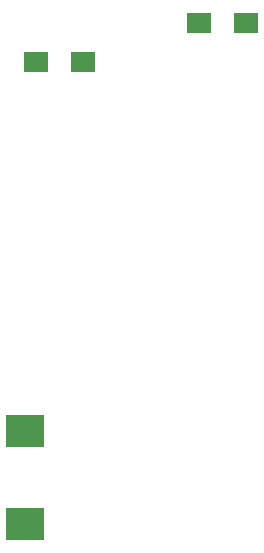
<source format=gbp>
G04 #@! TF.FileFunction,Paste,Bot*
%FSLAX46Y46*%
G04 Gerber Fmt 4.6, Leading zero omitted, Abs format (unit mm)*
G04 Created by KiCad (PCBNEW 4.0.7) date 07/19/18 08:55:47*
%MOMM*%
%LPD*%
G01*
G04 APERTURE LIST*
%ADD10C,0.100000*%
%ADD11R,2.000000X1.700000*%
%ADD12R,3.200000X2.700000*%
G04 APERTURE END LIST*
D10*
D11*
X149053801Y-82942200D03*
X153053801Y-82942200D03*
X166893799Y-79634600D03*
X162893799Y-79634600D03*
D12*
X148177200Y-114133201D03*
X148177200Y-122033201D03*
M02*

</source>
